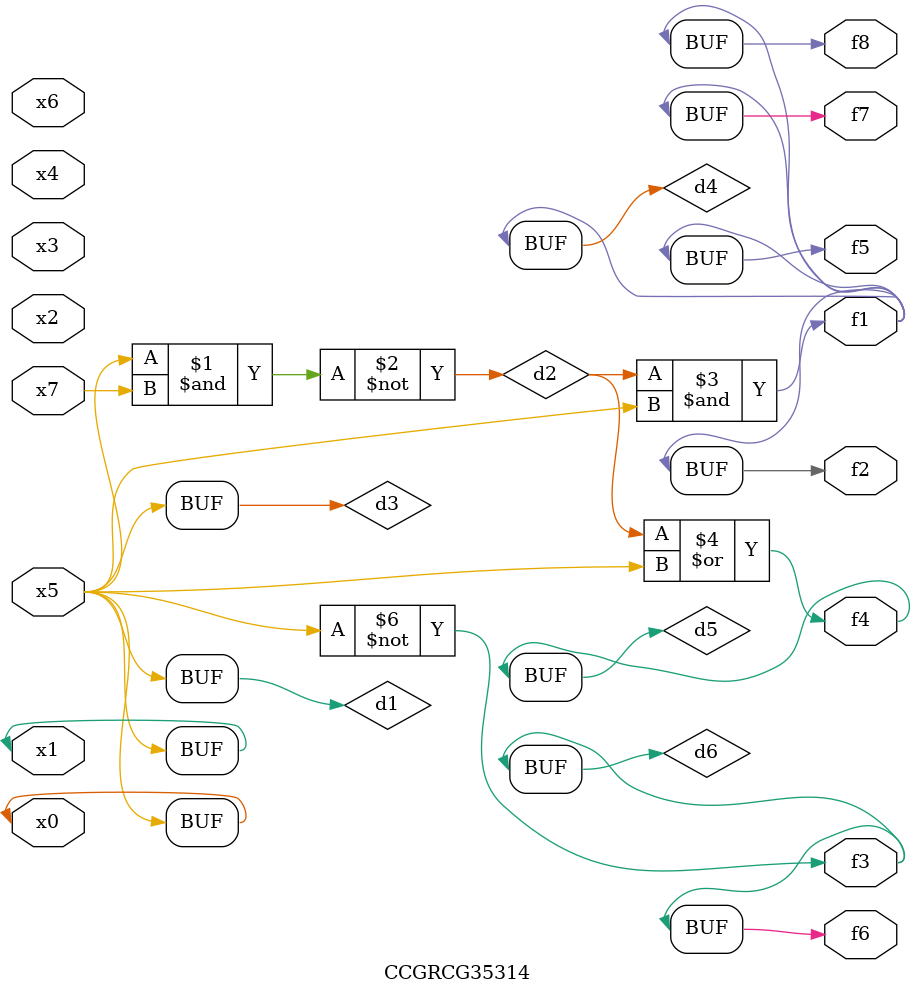
<source format=v>
module CCGRCG35314(
	input x0, x1, x2, x3, x4, x5, x6, x7,
	output f1, f2, f3, f4, f5, f6, f7, f8
);

	wire d1, d2, d3, d4, d5, d6;

	buf (d1, x0, x5);
	nand (d2, x5, x7);
	buf (d3, x0, x1);
	and (d4, d2, d3);
	or (d5, d2, d3);
	nor (d6, d1, d3);
	assign f1 = d4;
	assign f2 = d4;
	assign f3 = d6;
	assign f4 = d5;
	assign f5 = d4;
	assign f6 = d6;
	assign f7 = d4;
	assign f8 = d4;
endmodule

</source>
